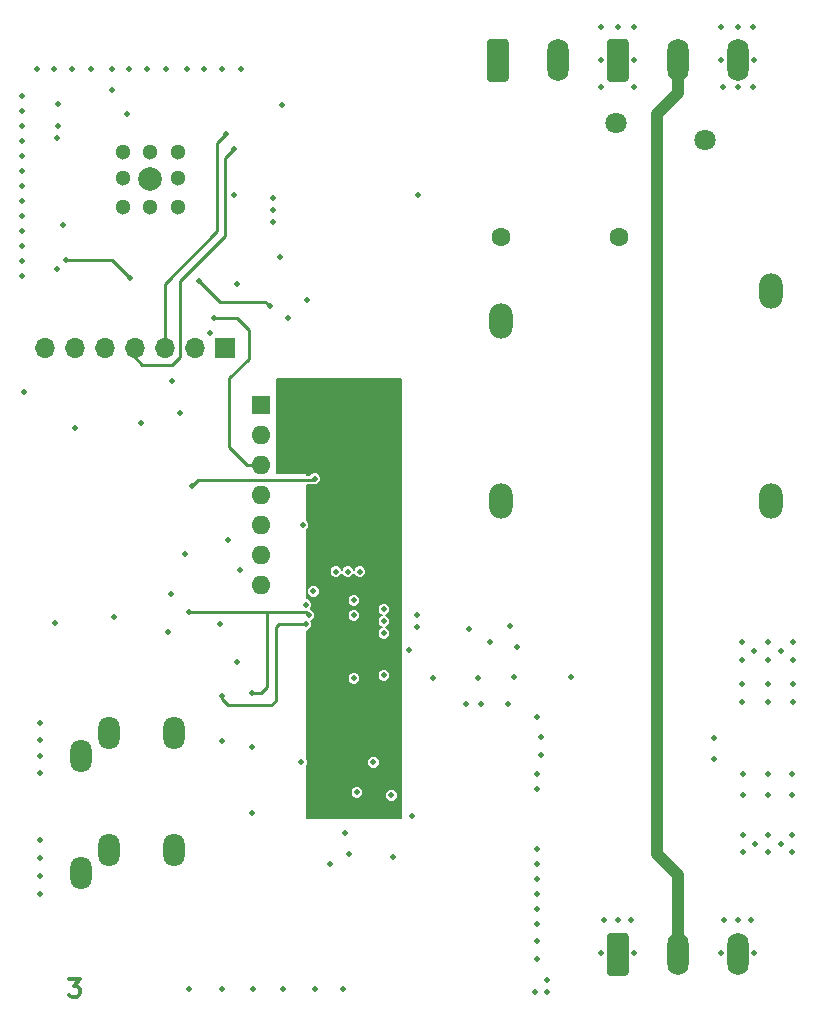
<source format=gbr>
G04 #@! TF.GenerationSoftware,KiCad,Pcbnew,5.0.2-bee76a0~70~ubuntu18.04.1*
G04 #@! TF.CreationDate,2020-04-22T18:31:07+02:00*
G04 #@! TF.ProjectId,Energy_Meter,456e6572-6779-45f4-9d65-7465722e6b69,rev?*
G04 #@! TF.SameCoordinates,Original*
G04 #@! TF.FileFunction,Copper,L3,Inr*
G04 #@! TF.FilePolarity,Positive*
%FSLAX46Y46*%
G04 Gerber Fmt 4.6, Leading zero omitted, Abs format (unit mm)*
G04 Created by KiCad (PCBNEW 5.0.2-bee76a0~70~ubuntu18.04.1) date mer. 22 avril 2020 18:31:07 CEST*
%MOMM*%
%LPD*%
G01*
G04 APERTURE LIST*
G04 #@! TA.AperFunction,NonConductor*
%ADD10C,0.300000*%
G04 #@! TD*
G04 #@! TA.AperFunction,Conductor*
%ADD11C,0.100000*%
G04 #@! TD*
G04 #@! TA.AperFunction,ViaPad*
%ADD12C,1.800000*%
G04 #@! TD*
G04 #@! TA.AperFunction,ViaPad*
%ADD13O,1.800000X3.600000*%
G04 #@! TD*
G04 #@! TA.AperFunction,ViaPad*
%ADD14O,2.000000X3.000000*%
G04 #@! TD*
G04 #@! TA.AperFunction,ViaPad*
%ADD15C,1.300000*%
G04 #@! TD*
G04 #@! TA.AperFunction,ViaPad*
%ADD16C,2.000000*%
G04 #@! TD*
G04 #@! TA.AperFunction,ViaPad*
%ADD17C,1.600000*%
G04 #@! TD*
G04 #@! TA.AperFunction,ViaPad*
%ADD18O,1.800000X2.800000*%
G04 #@! TD*
G04 #@! TA.AperFunction,ViaPad*
%ADD19R,1.700000X1.700000*%
G04 #@! TD*
G04 #@! TA.AperFunction,ViaPad*
%ADD20O,1.700000X1.700000*%
G04 #@! TD*
G04 #@! TA.AperFunction,ViaPad*
%ADD21R,1.600000X1.600000*%
G04 #@! TD*
G04 #@! TA.AperFunction,ViaPad*
%ADD22O,1.600000X1.600000*%
G04 #@! TD*
G04 #@! TA.AperFunction,ViaPad*
%ADD23C,0.500000*%
G04 #@! TD*
G04 #@! TA.AperFunction,Conductor*
%ADD24C,0.250000*%
G04 #@! TD*
G04 #@! TA.AperFunction,Conductor*
%ADD25C,1.000000*%
G04 #@! TD*
G04 #@! TA.AperFunction,Conductor*
%ADD26C,0.180000*%
G04 #@! TD*
G04 APERTURE END LIST*
D10*
X175522000Y-174565571D02*
X176450571Y-174565571D01*
X175950571Y-175137000D01*
X176164857Y-175137000D01*
X176307714Y-175208428D01*
X176379142Y-175279857D01*
X176450571Y-175422714D01*
X176450571Y-175779857D01*
X176379142Y-175922714D01*
X176307714Y-175994142D01*
X176164857Y-176065571D01*
X175736285Y-176065571D01*
X175593428Y-175994142D01*
X175522000Y-175922714D01*
D11*
G04 #@! TO.N,GND*
G04 #@! TO.C,J7*
G36*
X212510504Y-94975204D02*
X212534773Y-94978804D01*
X212558571Y-94984765D01*
X212581671Y-94993030D01*
X212603849Y-95003520D01*
X212624893Y-95016133D01*
X212644598Y-95030747D01*
X212662777Y-95047223D01*
X212679253Y-95065402D01*
X212693867Y-95085107D01*
X212706480Y-95106151D01*
X212716970Y-95128329D01*
X212725235Y-95151429D01*
X212731196Y-95175227D01*
X212734796Y-95199496D01*
X212736000Y-95224000D01*
X212736000Y-98324000D01*
X212734796Y-98348504D01*
X212731196Y-98372773D01*
X212725235Y-98396571D01*
X212716970Y-98419671D01*
X212706480Y-98441849D01*
X212693867Y-98462893D01*
X212679253Y-98482598D01*
X212662777Y-98500777D01*
X212644598Y-98517253D01*
X212624893Y-98531867D01*
X212603849Y-98544480D01*
X212581671Y-98554970D01*
X212558571Y-98563235D01*
X212534773Y-98569196D01*
X212510504Y-98572796D01*
X212486000Y-98574000D01*
X211186000Y-98574000D01*
X211161496Y-98572796D01*
X211137227Y-98569196D01*
X211113429Y-98563235D01*
X211090329Y-98554970D01*
X211068151Y-98544480D01*
X211047107Y-98531867D01*
X211027402Y-98517253D01*
X211009223Y-98500777D01*
X210992747Y-98482598D01*
X210978133Y-98462893D01*
X210965520Y-98441849D01*
X210955030Y-98419671D01*
X210946765Y-98396571D01*
X210940804Y-98372773D01*
X210937204Y-98348504D01*
X210936000Y-98324000D01*
X210936000Y-95224000D01*
X210937204Y-95199496D01*
X210940804Y-95175227D01*
X210946765Y-95151429D01*
X210955030Y-95128329D01*
X210965520Y-95106151D01*
X210978133Y-95085107D01*
X210992747Y-95065402D01*
X211009223Y-95047223D01*
X211027402Y-95030747D01*
X211047107Y-95016133D01*
X211068151Y-95003520D01*
X211090329Y-94993030D01*
X211113429Y-94984765D01*
X211137227Y-94978804D01*
X211161496Y-94975204D01*
X211186000Y-94974000D01*
X212486000Y-94974000D01*
X212510504Y-94975204D01*
X212510504Y-94975204D01*
G37*
D12*
X211836000Y-96774000D03*
D13*
G04 #@! TO.N,Net-(J7-Pad2)*
X216916000Y-96774000D03*
G04 #@! TD*
D14*
G04 #@! TO.N,/Neutral*
G04 #@! TO.C,PS1*
X234950000Y-134112000D03*
G04 #@! TO.N,+3V3*
X212090000Y-134112000D03*
G04 #@! TO.N,GND*
X212090000Y-118872000D03*
G04 #@! TO.N,Net-(F1-Pad2)*
X234950000Y-116332000D03*
G04 #@! TD*
D15*
G04 #@! TO.N,GND*
G04 #@! TO.C,U3*
X180077600Y-109193800D03*
D16*
X182389000Y-106857000D03*
D15*
X184751200Y-109193800D03*
X180077600Y-104494800D03*
X184751200Y-104494800D03*
X182389000Y-104494800D03*
X182389000Y-109193800D03*
X180077600Y-106730000D03*
X184751200Y-106730000D03*
G04 #@! TD*
D17*
G04 #@! TO.N,GND*
G04 #@! TO.C,C26*
X212090000Y-111760000D03*
G04 #@! TO.N,/Neutral*
X222090000Y-111760000D03*
G04 #@! TD*
D11*
G04 #@! TO.N,/Neutral*
G04 #@! TO.C,J1*
G36*
X222670504Y-94975204D02*
X222694773Y-94978804D01*
X222718571Y-94984765D01*
X222741671Y-94993030D01*
X222763849Y-95003520D01*
X222784893Y-95016133D01*
X222804598Y-95030747D01*
X222822777Y-95047223D01*
X222839253Y-95065402D01*
X222853867Y-95085107D01*
X222866480Y-95106151D01*
X222876970Y-95128329D01*
X222885235Y-95151429D01*
X222891196Y-95175227D01*
X222894796Y-95199496D01*
X222896000Y-95224000D01*
X222896000Y-98324000D01*
X222894796Y-98348504D01*
X222891196Y-98372773D01*
X222885235Y-98396571D01*
X222876970Y-98419671D01*
X222866480Y-98441849D01*
X222853867Y-98462893D01*
X222839253Y-98482598D01*
X222822777Y-98500777D01*
X222804598Y-98517253D01*
X222784893Y-98531867D01*
X222763849Y-98544480D01*
X222741671Y-98554970D01*
X222718571Y-98563235D01*
X222694773Y-98569196D01*
X222670504Y-98572796D01*
X222646000Y-98574000D01*
X221346000Y-98574000D01*
X221321496Y-98572796D01*
X221297227Y-98569196D01*
X221273429Y-98563235D01*
X221250329Y-98554970D01*
X221228151Y-98544480D01*
X221207107Y-98531867D01*
X221187402Y-98517253D01*
X221169223Y-98500777D01*
X221152747Y-98482598D01*
X221138133Y-98462893D01*
X221125520Y-98441849D01*
X221115030Y-98419671D01*
X221106765Y-98396571D01*
X221100804Y-98372773D01*
X221097204Y-98348504D01*
X221096000Y-98324000D01*
X221096000Y-95224000D01*
X221097204Y-95199496D01*
X221100804Y-95175227D01*
X221106765Y-95151429D01*
X221115030Y-95128329D01*
X221125520Y-95106151D01*
X221138133Y-95085107D01*
X221152747Y-95065402D01*
X221169223Y-95047223D01*
X221187402Y-95030747D01*
X221207107Y-95016133D01*
X221228151Y-95003520D01*
X221250329Y-94993030D01*
X221273429Y-94984765D01*
X221297227Y-94978804D01*
X221321496Y-94975204D01*
X221346000Y-94974000D01*
X222646000Y-94974000D01*
X222670504Y-94975204D01*
X222670504Y-94975204D01*
G37*
D12*
X221996000Y-96774000D03*
D13*
G04 #@! TO.N,Earth*
X227076000Y-96774000D03*
G04 #@! TO.N,/Ph*
X232156000Y-96774000D03*
G04 #@! TD*
G04 #@! TO.N,Net-(J2-Pad3)*
G04 #@! TO.C,J2*
X232156000Y-172466000D03*
G04 #@! TO.N,Earth*
X227076000Y-172466000D03*
D11*
G04 #@! TO.N,/Neutral*
G36*
X222670504Y-170667204D02*
X222694773Y-170670804D01*
X222718571Y-170676765D01*
X222741671Y-170685030D01*
X222763849Y-170695520D01*
X222784893Y-170708133D01*
X222804598Y-170722747D01*
X222822777Y-170739223D01*
X222839253Y-170757402D01*
X222853867Y-170777107D01*
X222866480Y-170798151D01*
X222876970Y-170820329D01*
X222885235Y-170843429D01*
X222891196Y-170867227D01*
X222894796Y-170891496D01*
X222896000Y-170916000D01*
X222896000Y-174016000D01*
X222894796Y-174040504D01*
X222891196Y-174064773D01*
X222885235Y-174088571D01*
X222876970Y-174111671D01*
X222866480Y-174133849D01*
X222853867Y-174154893D01*
X222839253Y-174174598D01*
X222822777Y-174192777D01*
X222804598Y-174209253D01*
X222784893Y-174223867D01*
X222763849Y-174236480D01*
X222741671Y-174246970D01*
X222718571Y-174255235D01*
X222694773Y-174261196D01*
X222670504Y-174264796D01*
X222646000Y-174266000D01*
X221346000Y-174266000D01*
X221321496Y-174264796D01*
X221297227Y-174261196D01*
X221273429Y-174255235D01*
X221250329Y-174246970D01*
X221228151Y-174236480D01*
X221207107Y-174223867D01*
X221187402Y-174209253D01*
X221169223Y-174192777D01*
X221152747Y-174174598D01*
X221138133Y-174154893D01*
X221125520Y-174133849D01*
X221115030Y-174111671D01*
X221106765Y-174088571D01*
X221100804Y-174064773D01*
X221097204Y-174040504D01*
X221096000Y-174016000D01*
X221096000Y-170916000D01*
X221097204Y-170891496D01*
X221100804Y-170867227D01*
X221106765Y-170843429D01*
X221115030Y-170820329D01*
X221125520Y-170798151D01*
X221138133Y-170777107D01*
X221152747Y-170757402D01*
X221169223Y-170739223D01*
X221187402Y-170722747D01*
X221207107Y-170708133D01*
X221228151Y-170695520D01*
X221250329Y-170685030D01*
X221273429Y-170676765D01*
X221297227Y-170670804D01*
X221321496Y-170667204D01*
X221346000Y-170666000D01*
X222646000Y-170666000D01*
X222670504Y-170667204D01*
X222670504Y-170667204D01*
G37*
D12*
X221996000Y-172466000D03*
G04 #@! TD*
D18*
G04 #@! TO.N,Net-(J3-PadR)*
G04 #@! TO.C,J3*
X184430000Y-153702000D03*
G04 #@! TO.N,/Measurements/I_N*
X178930000Y-153702000D03*
G04 #@! TO.N,/Measurements/I_P*
X176530000Y-155702000D03*
G04 #@! TD*
G04 #@! TO.N,/Measurements/I_HOMO_P*
G04 #@! TO.C,J4*
X176530000Y-165608000D03*
G04 #@! TO.N,/Measurements/I_HOMO_N*
X178930000Y-163608000D03*
G04 #@! TO.N,Net-(J4-PadR)*
X184430000Y-163608000D03*
G04 #@! TD*
D19*
G04 #@! TO.N,+3V3*
G04 #@! TO.C,J6*
X188722000Y-121158000D03*
D20*
G04 #@! TO.N,GND*
X186182000Y-121158000D03*
G04 #@! TO.N,/CPU_IoT/TxD0*
X183642000Y-121158000D03*
G04 #@! TO.N,/CPU_IoT/RxD0*
X181102000Y-121158000D03*
G04 #@! TO.N,/CPU_IoT/GPIO0*
X178562000Y-121158000D03*
G04 #@! TO.N,/CPU_IoT/EN*
X176022000Y-121158000D03*
G04 #@! TO.N,/CPU_IoT/SD_DATA0*
X173482000Y-121158000D03*
G04 #@! TD*
D21*
G04 #@! TO.N,+3V3*
G04 #@! TO.C,RN1*
X191770000Y-125984000D03*
D22*
G04 #@! TO.N,Net-(J5-Pad8)*
X191770000Y-128524000D03*
G04 #@! TO.N,/CPU_IoT/SD_DATA0*
X191770000Y-131064000D03*
G04 #@! TO.N,/CPU_IoT/SD_CLK*
X191770000Y-133604000D03*
G04 #@! TO.N,/CPU_IoT/SD_CMD*
X191770000Y-136144000D03*
G04 #@! TO.N,Net-(J5-Pad2)*
X191770000Y-138684000D03*
G04 #@! TO.N,Net-(J5-Pad1)*
X191770000Y-141224000D03*
G04 #@! TD*
D12*
G04 #@! TO.N,/Neutral*
G04 #@! TO.C,RV1*
X221869000Y-102108000D03*
G04 #@! TO.N,/Ph*
X229369000Y-103508000D03*
G04 #@! TD*
D23*
G04 #@! TO.N,GND*
X171577000Y-99822000D03*
X171577000Y-101092000D03*
X171577000Y-102362000D03*
X171577000Y-103632000D03*
X171577000Y-104902000D03*
X171577000Y-106172000D03*
X171577000Y-107442000D03*
X171577000Y-108712000D03*
X171577000Y-109982000D03*
X171577000Y-111252000D03*
X171577000Y-112522000D03*
X171577000Y-113792000D03*
X171577000Y-115062000D03*
X199644000Y-143764000D03*
X189738000Y-147715000D03*
X188327000Y-144526000D03*
X185307000Y-138557000D03*
X179324000Y-143891000D03*
X183896000Y-145161000D03*
X180467000Y-101346000D03*
X213487000Y-146431000D03*
X215138000Y-152400000D03*
X184277000Y-123952000D03*
X171704000Y-124841000D03*
X205105000Y-108204000D03*
X218059000Y-148971000D03*
X179197000Y-99314000D03*
X173101000Y-152908000D03*
X173101000Y-154305000D03*
X173101000Y-155702000D03*
X173101000Y-157099000D03*
X173101000Y-162814000D03*
X173101000Y-164338000D03*
X173101000Y-165862000D03*
X173101000Y-167386000D03*
X216027000Y-174625000D03*
X216027000Y-175641000D03*
X215011000Y-175641000D03*
X215519000Y-155575000D03*
X210439000Y-151257000D03*
X209169000Y-151257000D03*
X215138000Y-163576000D03*
X215138000Y-164846000D03*
X215138000Y-166116000D03*
X215138000Y-167386000D03*
X215138000Y-168656000D03*
X215138000Y-169926000D03*
X215138000Y-171323000D03*
X215138000Y-172847000D03*
X198755000Y-175387000D03*
X196342000Y-175387000D03*
X193675000Y-175387000D03*
X191135000Y-175387000D03*
X188468000Y-175387000D03*
X185674000Y-175387000D03*
X174244000Y-97536000D03*
X172847000Y-97536000D03*
X175768000Y-97536000D03*
X177419000Y-97536000D03*
X179197000Y-97536000D03*
X180594000Y-97536000D03*
X183769000Y-97536000D03*
X182118000Y-97536000D03*
X188468000Y-97536000D03*
X190119000Y-97536000D03*
X185547000Y-97536000D03*
X186944000Y-97536000D03*
G04 #@! TO.N,Net-(C1-Pad1)*
X198882000Y-162193000D03*
X202946000Y-164211000D03*
G04 #@! TO.N,/Measurements/I_MEAS_P*
X195580000Y-144526000D03*
X188468000Y-150622000D03*
G04 #@! TO.N,/Measurements/I_MEAS_N*
X191008000Y-150368000D03*
X195834000Y-143764000D03*
X185674000Y-143510000D03*
G04 #@! TO.N,/Measurements/U_MEAS_P*
X195580000Y-142875000D03*
X212725000Y-151257000D03*
G04 #@! TO.N,/Measurements/U_MEAS_N*
X212852000Y-144653000D03*
X196215000Y-141732000D03*
G04 #@! TO.N,+3.3VA*
X200660000Y-128524000D03*
X194056000Y-124206000D03*
X196723000Y-149479000D03*
X199898000Y-159512000D03*
G04 #@! TO.N,Net-(C10-Pad1)*
X199644000Y-149098000D03*
G04 #@! TO.N,+3V3*
X202184000Y-148844000D03*
X206375000Y-149098000D03*
X189992000Y-139954000D03*
X194056000Y-118618000D03*
X195707000Y-117094000D03*
X192786000Y-108458000D03*
X200152000Y-140081000D03*
X188976000Y-137414000D03*
G04 #@! TO.N,Net-(C16-Pad1)*
X174625000Y-100457000D03*
G04 #@! TO.N,Net-(C20-Pad1)*
X181610000Y-127508000D03*
X184912000Y-126619000D03*
G04 #@! TO.N,Net-(C21-Pad1)*
X176022000Y-127889000D03*
G04 #@! TO.N,Net-(D1-Pad2)*
X199263000Y-163957000D03*
X199898000Y-158750000D03*
G04 #@! TO.N,Net-(D2-Pad1)*
X215519000Y-154051000D03*
G04 #@! TO.N,Net-(D2-Pad2)*
X213233000Y-148971000D03*
G04 #@! TO.N,Net-(D4-Pad1)*
X210185000Y-149098000D03*
G04 #@! TO.N,/Measurements/I_N*
X230124000Y-154178000D03*
X215138000Y-157226000D03*
X191008000Y-154940000D03*
G04 #@! TO.N,/Measurements/I_P*
X230124000Y-155956000D03*
X215138000Y-158496000D03*
X191008000Y-160528000D03*
X188468000Y-154432000D03*
G04 #@! TO.N,/CPU_IoT/SD_DET*
X193421000Y-113411000D03*
X185928000Y-132842000D03*
X196342000Y-132207000D03*
G04 #@! TO.N,/CPU_IoT/SD_CMD*
X187452000Y-119888000D03*
X195326000Y-136144000D03*
G04 #@! TO.N,/CPU_IoT/SD_CLK*
X174498000Y-114427000D03*
G04 #@! TO.N,/CPU_IoT/SD_DATA0*
X187833000Y-118618000D03*
G04 #@! TO.N,Net-(J5-Pad11)*
X184150000Y-141986000D03*
X174371000Y-144399000D03*
G04 #@! TO.N,/CPU_IoT/TxD0*
X188849000Y-102997000D03*
G04 #@! TO.N,/CPU_IoT/RxD0*
X189484000Y-104267000D03*
G04 #@! TO.N,/CPU_IoT/GPIO0*
X189738000Y-115697000D03*
G04 #@! TO.N,/CPU_IoT/EN*
X174625000Y-102362000D03*
G04 #@! TO.N,Net-(Q2-Pad3)*
X211201000Y-146050000D03*
G04 #@! TO.N,Net-(Q2-Pad1)*
X209423000Y-144907000D03*
G04 #@! TO.N,/Measurements/ADC_I_Homopolar*
X201295000Y-156210000D03*
X174498000Y-103378000D03*
X195199000Y-156210000D03*
G04 #@! TO.N,/Measurements/DIN_SPI*
X193548000Y-100584000D03*
X204978000Y-144780000D03*
G04 #@! TO.N,/CPU_IoT/DIN_MASTER_SPI*
X189484000Y-108204000D03*
X202184000Y-144272000D03*
G04 #@! TO.N,Net-(R27-Pad1)*
X199644000Y-142494000D03*
G04 #@! TO.N,Net-(R28-Pad1)*
X199136000Y-140081000D03*
G04 #@! TO.N,/CPU_IoT/~DRDY_SPI*
X202184000Y-145288000D03*
X175006000Y-110744000D03*
G04 #@! TO.N,Net-(R30-Pad1)*
X198120000Y-140081000D03*
G04 #@! TO.N,/CPU_IoT/~RESET*
X204343000Y-146685000D03*
X192532000Y-117602000D03*
X186563000Y-115443000D03*
X180721000Y-115189000D03*
X175260000Y-113665000D03*
G04 #@! TO.N,/CPU_IoT/SCLK_SPI*
X204978000Y-143764000D03*
X192786000Y-109474000D03*
G04 #@! TO.N,/CPU_IoT/~CS_SPI*
X202184000Y-143256000D03*
X192786000Y-110490000D03*
G04 #@! TO.N,Net-(J2-Pad3)*
X230759000Y-172339000D03*
X233553000Y-172339000D03*
X233299000Y-169545000D03*
X231013000Y-169545000D03*
X236728000Y-159004000D03*
X235775500Y-163131500D03*
X236728000Y-157162500D03*
X233616500Y-163131500D03*
X234696000Y-157162500D03*
X232600500Y-157162500D03*
X232600500Y-162369500D03*
X234696000Y-159004000D03*
X232600500Y-159004000D03*
X234696000Y-162369500D03*
X236728000Y-162369500D03*
X236728000Y-163766500D03*
X232600500Y-163766500D03*
X234696000Y-163766500D03*
X232156000Y-169545000D03*
G04 #@! TO.N,Net-(D1-Pad1)*
X202819000Y-159004000D03*
X197612000Y-164846000D03*
G04 #@! TO.N,/Measurements/Vaa*
X204597000Y-160782000D03*
G04 #@! TO.N,/Neutral*
X220599000Y-99060000D03*
X220599000Y-96774000D03*
X223393000Y-99060000D03*
X223393000Y-96774000D03*
X220599000Y-172339000D03*
X223393000Y-172339000D03*
X223139000Y-169545000D03*
X220853000Y-169545000D03*
X221996000Y-169545000D03*
X221996000Y-93980000D03*
X223393000Y-93980000D03*
X220599000Y-93980000D03*
G04 #@! TO.N,/Ph*
X234696000Y-151130000D03*
X234696000Y-147574000D03*
X234696000Y-149606000D03*
X233553000Y-96774000D03*
X230886000Y-99060000D03*
X233426000Y-99060000D03*
X230759000Y-96774000D03*
X232537000Y-151130000D03*
X236855000Y-149606000D03*
X236855000Y-151130000D03*
X232537000Y-149606000D03*
X232537000Y-147574000D03*
X236855000Y-147574000D03*
X236855000Y-146050000D03*
X232537000Y-146050000D03*
X233553000Y-146748500D03*
X235839000Y-146748500D03*
X230759000Y-93980000D03*
X232156000Y-93980000D03*
X233426000Y-93980000D03*
X232156000Y-99060000D03*
X234696000Y-146050000D03*
G04 #@! TD*
D24*
G04 #@! TO.N,/Measurements/I_MEAS_P*
X195580000Y-144526000D02*
X193294000Y-144526000D01*
X193294000Y-144526000D02*
X193040000Y-144780000D01*
X193040000Y-144780000D02*
X193040000Y-149987000D01*
X191770000Y-151384000D02*
X190373000Y-151384000D01*
X188468000Y-150622000D02*
X188468000Y-150876000D01*
X188976000Y-151384000D02*
X190373000Y-151384000D01*
X188468000Y-150876000D02*
X188976000Y-151384000D01*
X193040000Y-149987000D02*
X193040000Y-151003000D01*
X192659000Y-151384000D02*
X191770000Y-151384000D01*
X193040000Y-151003000D02*
X192659000Y-151384000D01*
G04 #@! TO.N,/Measurements/I_MEAS_N*
X192278000Y-145796000D02*
X192278000Y-148844000D01*
X192278000Y-143510000D02*
X190754000Y-143510000D01*
X185674000Y-143510000D02*
X186944000Y-143510000D01*
X186944000Y-143510000D02*
X190754000Y-143510000D01*
X195834000Y-143764000D02*
X195580000Y-143510000D01*
X195580000Y-143510000D02*
X192278000Y-143510000D01*
X192278000Y-145796000D02*
X192278000Y-143510000D01*
X191008000Y-150368000D02*
X191770000Y-150368000D01*
X192278000Y-149860000D02*
X192278000Y-148844000D01*
X191770000Y-150368000D02*
X192278000Y-149860000D01*
D25*
G04 #@! TO.N,Earth*
X227076000Y-172466000D02*
X227076000Y-167767000D01*
D24*
X227076000Y-96774000D02*
X227076000Y-98298000D01*
D25*
X227076000Y-96774000D02*
X227076000Y-98298000D01*
X227076000Y-167767000D02*
X227076000Y-172466000D01*
X227076000Y-96774000D02*
X227076000Y-99568000D01*
X227076000Y-165735000D02*
X227076000Y-172466000D01*
X225298000Y-163957000D02*
X227076000Y-165735000D01*
X225298000Y-101346000D02*
X225298000Y-163957000D01*
X227076000Y-99568000D02*
X225298000Y-101346000D01*
D24*
G04 #@! TO.N,/CPU_IoT/SD_DET*
X186436000Y-132334000D02*
X185928000Y-132842000D01*
X196215000Y-132334000D02*
X186436000Y-132334000D01*
X196342000Y-132207000D02*
X196215000Y-132334000D01*
G04 #@! TO.N,/CPU_IoT/SD_DATA0*
X191770000Y-131064000D02*
X190627000Y-131064000D01*
X189738000Y-118618000D02*
X187833000Y-118618000D01*
X190754000Y-119634000D02*
X189738000Y-118618000D01*
X190754000Y-122047000D02*
X190754000Y-119634000D01*
X189103000Y-123698000D02*
X190754000Y-122047000D01*
X189103000Y-129540000D02*
X189103000Y-123698000D01*
X190627000Y-131064000D02*
X189103000Y-129540000D01*
G04 #@! TO.N,/CPU_IoT/TxD0*
X183642000Y-121158000D02*
X183642000Y-115697000D01*
X188087000Y-103759000D02*
X188849000Y-102997000D01*
X188087000Y-111252000D02*
X188087000Y-103759000D01*
X183642000Y-115697000D02*
X188087000Y-111252000D01*
G04 #@! TO.N,/CPU_IoT/RxD0*
X181102000Y-121920000D02*
X181102000Y-121158000D01*
X181737000Y-122555000D02*
X181102000Y-121920000D01*
X184277000Y-122555000D02*
X181737000Y-122555000D01*
X184912000Y-121920000D02*
X184277000Y-122555000D01*
X184912000Y-115443000D02*
X184912000Y-121920000D01*
X188722000Y-111633000D02*
X184912000Y-115443000D01*
X188722000Y-105029000D02*
X188722000Y-111633000D01*
X189484000Y-104267000D02*
X188722000Y-105029000D01*
G04 #@! TO.N,/CPU_IoT/~RESET*
X192532000Y-117602000D02*
X192151000Y-117221000D01*
X192151000Y-117221000D02*
X188341000Y-117221000D01*
X188341000Y-117221000D02*
X186563000Y-115443000D01*
X180721000Y-115189000D02*
X179197000Y-113665000D01*
X179197000Y-113665000D02*
X175260000Y-113665000D01*
G04 #@! TD*
D26*
G04 #@! TO.N,+3.3VA*
G36*
X203618000Y-160946000D02*
X195670000Y-160946000D01*
X195670000Y-158642587D01*
X199358000Y-158642587D01*
X199358000Y-158857413D01*
X199440210Y-159055885D01*
X199592115Y-159207790D01*
X199790587Y-159290000D01*
X200005413Y-159290000D01*
X200203885Y-159207790D01*
X200355790Y-159055885D01*
X200421773Y-158896587D01*
X202279000Y-158896587D01*
X202279000Y-159111413D01*
X202361210Y-159309885D01*
X202513115Y-159461790D01*
X202711587Y-159544000D01*
X202926413Y-159544000D01*
X203124885Y-159461790D01*
X203276790Y-159309885D01*
X203359000Y-159111413D01*
X203359000Y-158896587D01*
X203276790Y-158698115D01*
X203124885Y-158546210D01*
X202926413Y-158464000D01*
X202711587Y-158464000D01*
X202513115Y-158546210D01*
X202361210Y-158698115D01*
X202279000Y-158896587D01*
X200421773Y-158896587D01*
X200438000Y-158857413D01*
X200438000Y-158642587D01*
X200355790Y-158444115D01*
X200203885Y-158292210D01*
X200005413Y-158210000D01*
X199790587Y-158210000D01*
X199592115Y-158292210D01*
X199440210Y-158444115D01*
X199358000Y-158642587D01*
X195670000Y-158642587D01*
X195670000Y-156483993D01*
X195739000Y-156317413D01*
X195739000Y-156102587D01*
X200755000Y-156102587D01*
X200755000Y-156317413D01*
X200837210Y-156515885D01*
X200989115Y-156667790D01*
X201187587Y-156750000D01*
X201402413Y-156750000D01*
X201600885Y-156667790D01*
X201752790Y-156515885D01*
X201835000Y-156317413D01*
X201835000Y-156102587D01*
X201752790Y-155904115D01*
X201600885Y-155752210D01*
X201402413Y-155670000D01*
X201187587Y-155670000D01*
X200989115Y-155752210D01*
X200837210Y-155904115D01*
X200755000Y-156102587D01*
X195739000Y-156102587D01*
X195670000Y-155936007D01*
X195670000Y-148990587D01*
X199104000Y-148990587D01*
X199104000Y-149205413D01*
X199186210Y-149403885D01*
X199338115Y-149555790D01*
X199536587Y-149638000D01*
X199751413Y-149638000D01*
X199949885Y-149555790D01*
X200101790Y-149403885D01*
X200184000Y-149205413D01*
X200184000Y-148990587D01*
X200101790Y-148792115D01*
X200046262Y-148736587D01*
X201644000Y-148736587D01*
X201644000Y-148951413D01*
X201726210Y-149149885D01*
X201878115Y-149301790D01*
X202076587Y-149384000D01*
X202291413Y-149384000D01*
X202489885Y-149301790D01*
X202641790Y-149149885D01*
X202724000Y-148951413D01*
X202724000Y-148736587D01*
X202641790Y-148538115D01*
X202489885Y-148386210D01*
X202291413Y-148304000D01*
X202076587Y-148304000D01*
X201878115Y-148386210D01*
X201726210Y-148538115D01*
X201644000Y-148736587D01*
X200046262Y-148736587D01*
X199949885Y-148640210D01*
X199751413Y-148558000D01*
X199536587Y-148558000D01*
X199338115Y-148640210D01*
X199186210Y-148792115D01*
X199104000Y-148990587D01*
X195670000Y-148990587D01*
X195670000Y-145066000D01*
X195687413Y-145066000D01*
X195885885Y-144983790D01*
X196037790Y-144831885D01*
X196120000Y-144633413D01*
X196120000Y-144418587D01*
X196053334Y-144257641D01*
X196139885Y-144221790D01*
X196291790Y-144069885D01*
X196374000Y-143871413D01*
X196374000Y-143656587D01*
X199104000Y-143656587D01*
X199104000Y-143871413D01*
X199186210Y-144069885D01*
X199338115Y-144221790D01*
X199536587Y-144304000D01*
X199751413Y-144304000D01*
X199949885Y-144221790D01*
X200101790Y-144069885D01*
X200184000Y-143871413D01*
X200184000Y-143656587D01*
X200101790Y-143458115D01*
X199949885Y-143306210D01*
X199751413Y-143224000D01*
X199536587Y-143224000D01*
X199338115Y-143306210D01*
X199186210Y-143458115D01*
X199104000Y-143656587D01*
X196374000Y-143656587D01*
X196291790Y-143458115D01*
X196139885Y-143306210D01*
X195979075Y-143239600D01*
X196037790Y-143180885D01*
X196051168Y-143148587D01*
X201644000Y-143148587D01*
X201644000Y-143363413D01*
X201726210Y-143561885D01*
X201878115Y-143713790D01*
X201999332Y-143764000D01*
X201878115Y-143814210D01*
X201726210Y-143966115D01*
X201644000Y-144164587D01*
X201644000Y-144379413D01*
X201726210Y-144577885D01*
X201878115Y-144729790D01*
X201999332Y-144780000D01*
X201878115Y-144830210D01*
X201726210Y-144982115D01*
X201644000Y-145180587D01*
X201644000Y-145395413D01*
X201726210Y-145593885D01*
X201878115Y-145745790D01*
X202076587Y-145828000D01*
X202291413Y-145828000D01*
X202489885Y-145745790D01*
X202641790Y-145593885D01*
X202724000Y-145395413D01*
X202724000Y-145180587D01*
X202641790Y-144982115D01*
X202489885Y-144830210D01*
X202368668Y-144780000D01*
X202489885Y-144729790D01*
X202641790Y-144577885D01*
X202724000Y-144379413D01*
X202724000Y-144164587D01*
X202641790Y-143966115D01*
X202489885Y-143814210D01*
X202368668Y-143764000D01*
X202489885Y-143713790D01*
X202641790Y-143561885D01*
X202724000Y-143363413D01*
X202724000Y-143148587D01*
X202641790Y-142950115D01*
X202489885Y-142798210D01*
X202291413Y-142716000D01*
X202076587Y-142716000D01*
X201878115Y-142798210D01*
X201726210Y-142950115D01*
X201644000Y-143148587D01*
X196051168Y-143148587D01*
X196120000Y-142982413D01*
X196120000Y-142767587D01*
X196037790Y-142569115D01*
X195885885Y-142417210D01*
X195811955Y-142386587D01*
X199104000Y-142386587D01*
X199104000Y-142601413D01*
X199186210Y-142799885D01*
X199338115Y-142951790D01*
X199536587Y-143034000D01*
X199751413Y-143034000D01*
X199949885Y-142951790D01*
X200101790Y-142799885D01*
X200184000Y-142601413D01*
X200184000Y-142386587D01*
X200101790Y-142188115D01*
X199949885Y-142036210D01*
X199751413Y-141954000D01*
X199536587Y-141954000D01*
X199338115Y-142036210D01*
X199186210Y-142188115D01*
X199104000Y-142386587D01*
X195811955Y-142386587D01*
X195687413Y-142335000D01*
X195670000Y-142335000D01*
X195670000Y-141624587D01*
X195675000Y-141624587D01*
X195675000Y-141839413D01*
X195757210Y-142037885D01*
X195909115Y-142189790D01*
X196107587Y-142272000D01*
X196322413Y-142272000D01*
X196520885Y-142189790D01*
X196672790Y-142037885D01*
X196755000Y-141839413D01*
X196755000Y-141624587D01*
X196672790Y-141426115D01*
X196520885Y-141274210D01*
X196322413Y-141192000D01*
X196107587Y-141192000D01*
X195909115Y-141274210D01*
X195757210Y-141426115D01*
X195675000Y-141624587D01*
X195670000Y-141624587D01*
X195670000Y-139973587D01*
X197580000Y-139973587D01*
X197580000Y-140188413D01*
X197662210Y-140386885D01*
X197814115Y-140538790D01*
X198012587Y-140621000D01*
X198227413Y-140621000D01*
X198425885Y-140538790D01*
X198577790Y-140386885D01*
X198628000Y-140265668D01*
X198678210Y-140386885D01*
X198830115Y-140538790D01*
X199028587Y-140621000D01*
X199243413Y-140621000D01*
X199441885Y-140538790D01*
X199593790Y-140386885D01*
X199644000Y-140265668D01*
X199694210Y-140386885D01*
X199846115Y-140538790D01*
X200044587Y-140621000D01*
X200259413Y-140621000D01*
X200457885Y-140538790D01*
X200609790Y-140386885D01*
X200692000Y-140188413D01*
X200692000Y-139973587D01*
X200609790Y-139775115D01*
X200457885Y-139623210D01*
X200259413Y-139541000D01*
X200044587Y-139541000D01*
X199846115Y-139623210D01*
X199694210Y-139775115D01*
X199644000Y-139896332D01*
X199593790Y-139775115D01*
X199441885Y-139623210D01*
X199243413Y-139541000D01*
X199028587Y-139541000D01*
X198830115Y-139623210D01*
X198678210Y-139775115D01*
X198628000Y-139896332D01*
X198577790Y-139775115D01*
X198425885Y-139623210D01*
X198227413Y-139541000D01*
X198012587Y-139541000D01*
X197814115Y-139623210D01*
X197662210Y-139775115D01*
X197580000Y-139973587D01*
X195670000Y-139973587D01*
X195670000Y-136563675D01*
X195783790Y-136449885D01*
X195866000Y-136251413D01*
X195866000Y-136036587D01*
X195783790Y-135838115D01*
X195670000Y-135724325D01*
X195670000Y-132749000D01*
X196174132Y-132749000D01*
X196215000Y-132757129D01*
X196255868Y-132749000D01*
X196255872Y-132749000D01*
X196265927Y-132747000D01*
X196449413Y-132747000D01*
X196647885Y-132664790D01*
X196799790Y-132512885D01*
X196882000Y-132314413D01*
X196882000Y-132099587D01*
X196799790Y-131901115D01*
X196647885Y-131749210D01*
X196449413Y-131667000D01*
X196234587Y-131667000D01*
X196036115Y-131749210D01*
X195884210Y-131901115D01*
X195876802Y-131919000D01*
X195670000Y-131919000D01*
X195670000Y-131826000D01*
X195663149Y-131791558D01*
X195643640Y-131762360D01*
X195614442Y-131742851D01*
X195580000Y-131736000D01*
X193130000Y-131736000D01*
X193130000Y-123788000D01*
X203618000Y-123788000D01*
X203618000Y-160946000D01*
X203618000Y-160946000D01*
G37*
X203618000Y-160946000D02*
X195670000Y-160946000D01*
X195670000Y-158642587D01*
X199358000Y-158642587D01*
X199358000Y-158857413D01*
X199440210Y-159055885D01*
X199592115Y-159207790D01*
X199790587Y-159290000D01*
X200005413Y-159290000D01*
X200203885Y-159207790D01*
X200355790Y-159055885D01*
X200421773Y-158896587D01*
X202279000Y-158896587D01*
X202279000Y-159111413D01*
X202361210Y-159309885D01*
X202513115Y-159461790D01*
X202711587Y-159544000D01*
X202926413Y-159544000D01*
X203124885Y-159461790D01*
X203276790Y-159309885D01*
X203359000Y-159111413D01*
X203359000Y-158896587D01*
X203276790Y-158698115D01*
X203124885Y-158546210D01*
X202926413Y-158464000D01*
X202711587Y-158464000D01*
X202513115Y-158546210D01*
X202361210Y-158698115D01*
X202279000Y-158896587D01*
X200421773Y-158896587D01*
X200438000Y-158857413D01*
X200438000Y-158642587D01*
X200355790Y-158444115D01*
X200203885Y-158292210D01*
X200005413Y-158210000D01*
X199790587Y-158210000D01*
X199592115Y-158292210D01*
X199440210Y-158444115D01*
X199358000Y-158642587D01*
X195670000Y-158642587D01*
X195670000Y-156483993D01*
X195739000Y-156317413D01*
X195739000Y-156102587D01*
X200755000Y-156102587D01*
X200755000Y-156317413D01*
X200837210Y-156515885D01*
X200989115Y-156667790D01*
X201187587Y-156750000D01*
X201402413Y-156750000D01*
X201600885Y-156667790D01*
X201752790Y-156515885D01*
X201835000Y-156317413D01*
X201835000Y-156102587D01*
X201752790Y-155904115D01*
X201600885Y-155752210D01*
X201402413Y-155670000D01*
X201187587Y-155670000D01*
X200989115Y-155752210D01*
X200837210Y-155904115D01*
X200755000Y-156102587D01*
X195739000Y-156102587D01*
X195670000Y-155936007D01*
X195670000Y-148990587D01*
X199104000Y-148990587D01*
X199104000Y-149205413D01*
X199186210Y-149403885D01*
X199338115Y-149555790D01*
X199536587Y-149638000D01*
X199751413Y-149638000D01*
X199949885Y-149555790D01*
X200101790Y-149403885D01*
X200184000Y-149205413D01*
X200184000Y-148990587D01*
X200101790Y-148792115D01*
X200046262Y-148736587D01*
X201644000Y-148736587D01*
X201644000Y-148951413D01*
X201726210Y-149149885D01*
X201878115Y-149301790D01*
X202076587Y-149384000D01*
X202291413Y-149384000D01*
X202489885Y-149301790D01*
X202641790Y-149149885D01*
X202724000Y-148951413D01*
X202724000Y-148736587D01*
X202641790Y-148538115D01*
X202489885Y-148386210D01*
X202291413Y-148304000D01*
X202076587Y-148304000D01*
X201878115Y-148386210D01*
X201726210Y-148538115D01*
X201644000Y-148736587D01*
X200046262Y-148736587D01*
X199949885Y-148640210D01*
X199751413Y-148558000D01*
X199536587Y-148558000D01*
X199338115Y-148640210D01*
X199186210Y-148792115D01*
X199104000Y-148990587D01*
X195670000Y-148990587D01*
X195670000Y-145066000D01*
X195687413Y-145066000D01*
X195885885Y-144983790D01*
X196037790Y-144831885D01*
X196120000Y-144633413D01*
X196120000Y-144418587D01*
X196053334Y-144257641D01*
X196139885Y-144221790D01*
X196291790Y-144069885D01*
X196374000Y-143871413D01*
X196374000Y-143656587D01*
X199104000Y-143656587D01*
X199104000Y-143871413D01*
X199186210Y-144069885D01*
X199338115Y-144221790D01*
X199536587Y-144304000D01*
X199751413Y-144304000D01*
X199949885Y-144221790D01*
X200101790Y-144069885D01*
X200184000Y-143871413D01*
X200184000Y-143656587D01*
X200101790Y-143458115D01*
X199949885Y-143306210D01*
X199751413Y-143224000D01*
X199536587Y-143224000D01*
X199338115Y-143306210D01*
X199186210Y-143458115D01*
X199104000Y-143656587D01*
X196374000Y-143656587D01*
X196291790Y-143458115D01*
X196139885Y-143306210D01*
X195979075Y-143239600D01*
X196037790Y-143180885D01*
X196051168Y-143148587D01*
X201644000Y-143148587D01*
X201644000Y-143363413D01*
X201726210Y-143561885D01*
X201878115Y-143713790D01*
X201999332Y-143764000D01*
X201878115Y-143814210D01*
X201726210Y-143966115D01*
X201644000Y-144164587D01*
X201644000Y-144379413D01*
X201726210Y-144577885D01*
X201878115Y-144729790D01*
X201999332Y-144780000D01*
X201878115Y-144830210D01*
X201726210Y-144982115D01*
X201644000Y-145180587D01*
X201644000Y-145395413D01*
X201726210Y-145593885D01*
X201878115Y-145745790D01*
X202076587Y-145828000D01*
X202291413Y-145828000D01*
X202489885Y-145745790D01*
X202641790Y-145593885D01*
X202724000Y-145395413D01*
X202724000Y-145180587D01*
X202641790Y-144982115D01*
X202489885Y-144830210D01*
X202368668Y-144780000D01*
X202489885Y-144729790D01*
X202641790Y-144577885D01*
X202724000Y-144379413D01*
X202724000Y-144164587D01*
X202641790Y-143966115D01*
X202489885Y-143814210D01*
X202368668Y-143764000D01*
X202489885Y-143713790D01*
X202641790Y-143561885D01*
X202724000Y-143363413D01*
X202724000Y-143148587D01*
X202641790Y-142950115D01*
X202489885Y-142798210D01*
X202291413Y-142716000D01*
X202076587Y-142716000D01*
X201878115Y-142798210D01*
X201726210Y-142950115D01*
X201644000Y-143148587D01*
X196051168Y-143148587D01*
X196120000Y-142982413D01*
X196120000Y-142767587D01*
X196037790Y-142569115D01*
X195885885Y-142417210D01*
X195811955Y-142386587D01*
X199104000Y-142386587D01*
X199104000Y-142601413D01*
X199186210Y-142799885D01*
X199338115Y-142951790D01*
X199536587Y-143034000D01*
X199751413Y-143034000D01*
X199949885Y-142951790D01*
X200101790Y-142799885D01*
X200184000Y-142601413D01*
X200184000Y-142386587D01*
X200101790Y-142188115D01*
X199949885Y-142036210D01*
X199751413Y-141954000D01*
X199536587Y-141954000D01*
X199338115Y-142036210D01*
X199186210Y-142188115D01*
X199104000Y-142386587D01*
X195811955Y-142386587D01*
X195687413Y-142335000D01*
X195670000Y-142335000D01*
X195670000Y-141624587D01*
X195675000Y-141624587D01*
X195675000Y-141839413D01*
X195757210Y-142037885D01*
X195909115Y-142189790D01*
X196107587Y-142272000D01*
X196322413Y-142272000D01*
X196520885Y-142189790D01*
X196672790Y-142037885D01*
X196755000Y-141839413D01*
X196755000Y-141624587D01*
X196672790Y-141426115D01*
X196520885Y-141274210D01*
X196322413Y-141192000D01*
X196107587Y-141192000D01*
X195909115Y-141274210D01*
X195757210Y-141426115D01*
X195675000Y-141624587D01*
X195670000Y-141624587D01*
X195670000Y-139973587D01*
X197580000Y-139973587D01*
X197580000Y-140188413D01*
X197662210Y-140386885D01*
X197814115Y-140538790D01*
X198012587Y-140621000D01*
X198227413Y-140621000D01*
X198425885Y-140538790D01*
X198577790Y-140386885D01*
X198628000Y-140265668D01*
X198678210Y-140386885D01*
X198830115Y-140538790D01*
X199028587Y-140621000D01*
X199243413Y-140621000D01*
X199441885Y-140538790D01*
X199593790Y-140386885D01*
X199644000Y-140265668D01*
X199694210Y-140386885D01*
X199846115Y-140538790D01*
X200044587Y-140621000D01*
X200259413Y-140621000D01*
X200457885Y-140538790D01*
X200609790Y-140386885D01*
X200692000Y-140188413D01*
X200692000Y-139973587D01*
X200609790Y-139775115D01*
X200457885Y-139623210D01*
X200259413Y-139541000D01*
X200044587Y-139541000D01*
X199846115Y-139623210D01*
X199694210Y-139775115D01*
X199644000Y-139896332D01*
X199593790Y-139775115D01*
X199441885Y-139623210D01*
X199243413Y-139541000D01*
X199028587Y-139541000D01*
X198830115Y-139623210D01*
X198678210Y-139775115D01*
X198628000Y-139896332D01*
X198577790Y-139775115D01*
X198425885Y-139623210D01*
X198227413Y-139541000D01*
X198012587Y-139541000D01*
X197814115Y-139623210D01*
X197662210Y-139775115D01*
X197580000Y-139973587D01*
X195670000Y-139973587D01*
X195670000Y-136563675D01*
X195783790Y-136449885D01*
X195866000Y-136251413D01*
X195866000Y-136036587D01*
X195783790Y-135838115D01*
X195670000Y-135724325D01*
X195670000Y-132749000D01*
X196174132Y-132749000D01*
X196215000Y-132757129D01*
X196255868Y-132749000D01*
X196255872Y-132749000D01*
X196265927Y-132747000D01*
X196449413Y-132747000D01*
X196647885Y-132664790D01*
X196799790Y-132512885D01*
X196882000Y-132314413D01*
X196882000Y-132099587D01*
X196799790Y-131901115D01*
X196647885Y-131749210D01*
X196449413Y-131667000D01*
X196234587Y-131667000D01*
X196036115Y-131749210D01*
X195884210Y-131901115D01*
X195876802Y-131919000D01*
X195670000Y-131919000D01*
X195670000Y-131826000D01*
X195663149Y-131791558D01*
X195643640Y-131762360D01*
X195614442Y-131742851D01*
X195580000Y-131736000D01*
X193130000Y-131736000D01*
X193130000Y-123788000D01*
X203618000Y-123788000D01*
X203618000Y-160946000D01*
G04 #@! TD*
M02*

</source>
